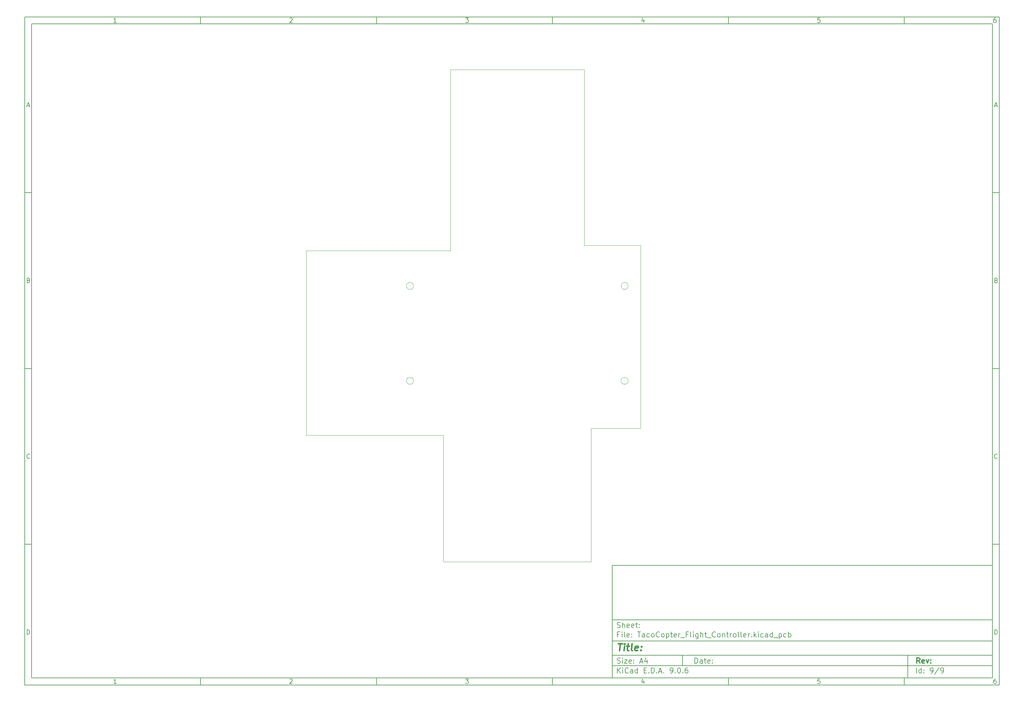
<source format=gm1>
%TF.GenerationSoftware,KiCad,Pcbnew,9.0.6*%
%TF.CreationDate,2025-12-22T22:43:43-05:00*%
%TF.ProjectId,TacoCopter_Flight_Controller,5461636f-436f-4707-9465-725f466c6967,rev?*%
%TF.SameCoordinates,Original*%
%TF.FileFunction,Profile,NP*%
%FSLAX46Y46*%
G04 Gerber Fmt 4.6, Leading zero omitted, Abs format (unit mm)*
G04 Created by KiCad (PCBNEW 9.0.6) date 2025-12-22 22:43:43*
%MOMM*%
%LPD*%
G01*
G04 APERTURE LIST*
%ADD10C,0.100000*%
%ADD11C,0.150000*%
%ADD12C,0.300000*%
%ADD13C,0.400000*%
%TA.AperFunction,Profile*%
%ADD14C,0.050000*%
%TD*%
G04 APERTURE END LIST*
D10*
D11*
X177002200Y-166007200D02*
X285002200Y-166007200D01*
X285002200Y-198007200D01*
X177002200Y-198007200D01*
X177002200Y-166007200D01*
D10*
D11*
X10000000Y-10000000D02*
X287002200Y-10000000D01*
X287002200Y-200007200D01*
X10000000Y-200007200D01*
X10000000Y-10000000D01*
D10*
D11*
X12000000Y-12000000D02*
X285002200Y-12000000D01*
X285002200Y-198007200D01*
X12000000Y-198007200D01*
X12000000Y-12000000D01*
D10*
D11*
X60000000Y-12000000D02*
X60000000Y-10000000D01*
D10*
D11*
X110000000Y-12000000D02*
X110000000Y-10000000D01*
D10*
D11*
X160000000Y-12000000D02*
X160000000Y-10000000D01*
D10*
D11*
X210000000Y-12000000D02*
X210000000Y-10000000D01*
D10*
D11*
X260000000Y-12000000D02*
X260000000Y-10000000D01*
D10*
D11*
X36089160Y-11593604D02*
X35346303Y-11593604D01*
X35717731Y-11593604D02*
X35717731Y-10293604D01*
X35717731Y-10293604D02*
X35593922Y-10479319D01*
X35593922Y-10479319D02*
X35470112Y-10603128D01*
X35470112Y-10603128D02*
X35346303Y-10665033D01*
D10*
D11*
X85346303Y-10417414D02*
X85408207Y-10355509D01*
X85408207Y-10355509D02*
X85532017Y-10293604D01*
X85532017Y-10293604D02*
X85841541Y-10293604D01*
X85841541Y-10293604D02*
X85965350Y-10355509D01*
X85965350Y-10355509D02*
X86027255Y-10417414D01*
X86027255Y-10417414D02*
X86089160Y-10541223D01*
X86089160Y-10541223D02*
X86089160Y-10665033D01*
X86089160Y-10665033D02*
X86027255Y-10850747D01*
X86027255Y-10850747D02*
X85284398Y-11593604D01*
X85284398Y-11593604D02*
X86089160Y-11593604D01*
D10*
D11*
X135284398Y-10293604D02*
X136089160Y-10293604D01*
X136089160Y-10293604D02*
X135655826Y-10788842D01*
X135655826Y-10788842D02*
X135841541Y-10788842D01*
X135841541Y-10788842D02*
X135965350Y-10850747D01*
X135965350Y-10850747D02*
X136027255Y-10912652D01*
X136027255Y-10912652D02*
X136089160Y-11036461D01*
X136089160Y-11036461D02*
X136089160Y-11345985D01*
X136089160Y-11345985D02*
X136027255Y-11469795D01*
X136027255Y-11469795D02*
X135965350Y-11531700D01*
X135965350Y-11531700D02*
X135841541Y-11593604D01*
X135841541Y-11593604D02*
X135470112Y-11593604D01*
X135470112Y-11593604D02*
X135346303Y-11531700D01*
X135346303Y-11531700D02*
X135284398Y-11469795D01*
D10*
D11*
X185965350Y-10726938D02*
X185965350Y-11593604D01*
X185655826Y-10231700D02*
X185346303Y-11160271D01*
X185346303Y-11160271D02*
X186151064Y-11160271D01*
D10*
D11*
X236027255Y-10293604D02*
X235408207Y-10293604D01*
X235408207Y-10293604D02*
X235346303Y-10912652D01*
X235346303Y-10912652D02*
X235408207Y-10850747D01*
X235408207Y-10850747D02*
X235532017Y-10788842D01*
X235532017Y-10788842D02*
X235841541Y-10788842D01*
X235841541Y-10788842D02*
X235965350Y-10850747D01*
X235965350Y-10850747D02*
X236027255Y-10912652D01*
X236027255Y-10912652D02*
X236089160Y-11036461D01*
X236089160Y-11036461D02*
X236089160Y-11345985D01*
X236089160Y-11345985D02*
X236027255Y-11469795D01*
X236027255Y-11469795D02*
X235965350Y-11531700D01*
X235965350Y-11531700D02*
X235841541Y-11593604D01*
X235841541Y-11593604D02*
X235532017Y-11593604D01*
X235532017Y-11593604D02*
X235408207Y-11531700D01*
X235408207Y-11531700D02*
X235346303Y-11469795D01*
D10*
D11*
X285965350Y-10293604D02*
X285717731Y-10293604D01*
X285717731Y-10293604D02*
X285593922Y-10355509D01*
X285593922Y-10355509D02*
X285532017Y-10417414D01*
X285532017Y-10417414D02*
X285408207Y-10603128D01*
X285408207Y-10603128D02*
X285346303Y-10850747D01*
X285346303Y-10850747D02*
X285346303Y-11345985D01*
X285346303Y-11345985D02*
X285408207Y-11469795D01*
X285408207Y-11469795D02*
X285470112Y-11531700D01*
X285470112Y-11531700D02*
X285593922Y-11593604D01*
X285593922Y-11593604D02*
X285841541Y-11593604D01*
X285841541Y-11593604D02*
X285965350Y-11531700D01*
X285965350Y-11531700D02*
X286027255Y-11469795D01*
X286027255Y-11469795D02*
X286089160Y-11345985D01*
X286089160Y-11345985D02*
X286089160Y-11036461D01*
X286089160Y-11036461D02*
X286027255Y-10912652D01*
X286027255Y-10912652D02*
X285965350Y-10850747D01*
X285965350Y-10850747D02*
X285841541Y-10788842D01*
X285841541Y-10788842D02*
X285593922Y-10788842D01*
X285593922Y-10788842D02*
X285470112Y-10850747D01*
X285470112Y-10850747D02*
X285408207Y-10912652D01*
X285408207Y-10912652D02*
X285346303Y-11036461D01*
D10*
D11*
X60000000Y-198007200D02*
X60000000Y-200007200D01*
D10*
D11*
X110000000Y-198007200D02*
X110000000Y-200007200D01*
D10*
D11*
X160000000Y-198007200D02*
X160000000Y-200007200D01*
D10*
D11*
X210000000Y-198007200D02*
X210000000Y-200007200D01*
D10*
D11*
X260000000Y-198007200D02*
X260000000Y-200007200D01*
D10*
D11*
X36089160Y-199600804D02*
X35346303Y-199600804D01*
X35717731Y-199600804D02*
X35717731Y-198300804D01*
X35717731Y-198300804D02*
X35593922Y-198486519D01*
X35593922Y-198486519D02*
X35470112Y-198610328D01*
X35470112Y-198610328D02*
X35346303Y-198672233D01*
D10*
D11*
X85346303Y-198424614D02*
X85408207Y-198362709D01*
X85408207Y-198362709D02*
X85532017Y-198300804D01*
X85532017Y-198300804D02*
X85841541Y-198300804D01*
X85841541Y-198300804D02*
X85965350Y-198362709D01*
X85965350Y-198362709D02*
X86027255Y-198424614D01*
X86027255Y-198424614D02*
X86089160Y-198548423D01*
X86089160Y-198548423D02*
X86089160Y-198672233D01*
X86089160Y-198672233D02*
X86027255Y-198857947D01*
X86027255Y-198857947D02*
X85284398Y-199600804D01*
X85284398Y-199600804D02*
X86089160Y-199600804D01*
D10*
D11*
X135284398Y-198300804D02*
X136089160Y-198300804D01*
X136089160Y-198300804D02*
X135655826Y-198796042D01*
X135655826Y-198796042D02*
X135841541Y-198796042D01*
X135841541Y-198796042D02*
X135965350Y-198857947D01*
X135965350Y-198857947D02*
X136027255Y-198919852D01*
X136027255Y-198919852D02*
X136089160Y-199043661D01*
X136089160Y-199043661D02*
X136089160Y-199353185D01*
X136089160Y-199353185D02*
X136027255Y-199476995D01*
X136027255Y-199476995D02*
X135965350Y-199538900D01*
X135965350Y-199538900D02*
X135841541Y-199600804D01*
X135841541Y-199600804D02*
X135470112Y-199600804D01*
X135470112Y-199600804D02*
X135346303Y-199538900D01*
X135346303Y-199538900D02*
X135284398Y-199476995D01*
D10*
D11*
X185965350Y-198734138D02*
X185965350Y-199600804D01*
X185655826Y-198238900D02*
X185346303Y-199167471D01*
X185346303Y-199167471D02*
X186151064Y-199167471D01*
D10*
D11*
X236027255Y-198300804D02*
X235408207Y-198300804D01*
X235408207Y-198300804D02*
X235346303Y-198919852D01*
X235346303Y-198919852D02*
X235408207Y-198857947D01*
X235408207Y-198857947D02*
X235532017Y-198796042D01*
X235532017Y-198796042D02*
X235841541Y-198796042D01*
X235841541Y-198796042D02*
X235965350Y-198857947D01*
X235965350Y-198857947D02*
X236027255Y-198919852D01*
X236027255Y-198919852D02*
X236089160Y-199043661D01*
X236089160Y-199043661D02*
X236089160Y-199353185D01*
X236089160Y-199353185D02*
X236027255Y-199476995D01*
X236027255Y-199476995D02*
X235965350Y-199538900D01*
X235965350Y-199538900D02*
X235841541Y-199600804D01*
X235841541Y-199600804D02*
X235532017Y-199600804D01*
X235532017Y-199600804D02*
X235408207Y-199538900D01*
X235408207Y-199538900D02*
X235346303Y-199476995D01*
D10*
D11*
X285965350Y-198300804D02*
X285717731Y-198300804D01*
X285717731Y-198300804D02*
X285593922Y-198362709D01*
X285593922Y-198362709D02*
X285532017Y-198424614D01*
X285532017Y-198424614D02*
X285408207Y-198610328D01*
X285408207Y-198610328D02*
X285346303Y-198857947D01*
X285346303Y-198857947D02*
X285346303Y-199353185D01*
X285346303Y-199353185D02*
X285408207Y-199476995D01*
X285408207Y-199476995D02*
X285470112Y-199538900D01*
X285470112Y-199538900D02*
X285593922Y-199600804D01*
X285593922Y-199600804D02*
X285841541Y-199600804D01*
X285841541Y-199600804D02*
X285965350Y-199538900D01*
X285965350Y-199538900D02*
X286027255Y-199476995D01*
X286027255Y-199476995D02*
X286089160Y-199353185D01*
X286089160Y-199353185D02*
X286089160Y-199043661D01*
X286089160Y-199043661D02*
X286027255Y-198919852D01*
X286027255Y-198919852D02*
X285965350Y-198857947D01*
X285965350Y-198857947D02*
X285841541Y-198796042D01*
X285841541Y-198796042D02*
X285593922Y-198796042D01*
X285593922Y-198796042D02*
X285470112Y-198857947D01*
X285470112Y-198857947D02*
X285408207Y-198919852D01*
X285408207Y-198919852D02*
X285346303Y-199043661D01*
D10*
D11*
X10000000Y-60000000D02*
X12000000Y-60000000D01*
D10*
D11*
X10000000Y-110000000D02*
X12000000Y-110000000D01*
D10*
D11*
X10000000Y-160000000D02*
X12000000Y-160000000D01*
D10*
D11*
X10690476Y-35222176D02*
X11309523Y-35222176D01*
X10566666Y-35593604D02*
X10999999Y-34293604D01*
X10999999Y-34293604D02*
X11433333Y-35593604D01*
D10*
D11*
X11092857Y-84912652D02*
X11278571Y-84974557D01*
X11278571Y-84974557D02*
X11340476Y-85036461D01*
X11340476Y-85036461D02*
X11402380Y-85160271D01*
X11402380Y-85160271D02*
X11402380Y-85345985D01*
X11402380Y-85345985D02*
X11340476Y-85469795D01*
X11340476Y-85469795D02*
X11278571Y-85531700D01*
X11278571Y-85531700D02*
X11154761Y-85593604D01*
X11154761Y-85593604D02*
X10659523Y-85593604D01*
X10659523Y-85593604D02*
X10659523Y-84293604D01*
X10659523Y-84293604D02*
X11092857Y-84293604D01*
X11092857Y-84293604D02*
X11216666Y-84355509D01*
X11216666Y-84355509D02*
X11278571Y-84417414D01*
X11278571Y-84417414D02*
X11340476Y-84541223D01*
X11340476Y-84541223D02*
X11340476Y-84665033D01*
X11340476Y-84665033D02*
X11278571Y-84788842D01*
X11278571Y-84788842D02*
X11216666Y-84850747D01*
X11216666Y-84850747D02*
X11092857Y-84912652D01*
X11092857Y-84912652D02*
X10659523Y-84912652D01*
D10*
D11*
X11402380Y-135469795D02*
X11340476Y-135531700D01*
X11340476Y-135531700D02*
X11154761Y-135593604D01*
X11154761Y-135593604D02*
X11030952Y-135593604D01*
X11030952Y-135593604D02*
X10845238Y-135531700D01*
X10845238Y-135531700D02*
X10721428Y-135407890D01*
X10721428Y-135407890D02*
X10659523Y-135284080D01*
X10659523Y-135284080D02*
X10597619Y-135036461D01*
X10597619Y-135036461D02*
X10597619Y-134850747D01*
X10597619Y-134850747D02*
X10659523Y-134603128D01*
X10659523Y-134603128D02*
X10721428Y-134479319D01*
X10721428Y-134479319D02*
X10845238Y-134355509D01*
X10845238Y-134355509D02*
X11030952Y-134293604D01*
X11030952Y-134293604D02*
X11154761Y-134293604D01*
X11154761Y-134293604D02*
X11340476Y-134355509D01*
X11340476Y-134355509D02*
X11402380Y-134417414D01*
D10*
D11*
X10659523Y-185593604D02*
X10659523Y-184293604D01*
X10659523Y-184293604D02*
X10969047Y-184293604D01*
X10969047Y-184293604D02*
X11154761Y-184355509D01*
X11154761Y-184355509D02*
X11278571Y-184479319D01*
X11278571Y-184479319D02*
X11340476Y-184603128D01*
X11340476Y-184603128D02*
X11402380Y-184850747D01*
X11402380Y-184850747D02*
X11402380Y-185036461D01*
X11402380Y-185036461D02*
X11340476Y-185284080D01*
X11340476Y-185284080D02*
X11278571Y-185407890D01*
X11278571Y-185407890D02*
X11154761Y-185531700D01*
X11154761Y-185531700D02*
X10969047Y-185593604D01*
X10969047Y-185593604D02*
X10659523Y-185593604D01*
D10*
D11*
X287002200Y-60000000D02*
X285002200Y-60000000D01*
D10*
D11*
X287002200Y-110000000D02*
X285002200Y-110000000D01*
D10*
D11*
X287002200Y-160000000D02*
X285002200Y-160000000D01*
D10*
D11*
X285692676Y-35222176D02*
X286311723Y-35222176D01*
X285568866Y-35593604D02*
X286002199Y-34293604D01*
X286002199Y-34293604D02*
X286435533Y-35593604D01*
D10*
D11*
X286095057Y-84912652D02*
X286280771Y-84974557D01*
X286280771Y-84974557D02*
X286342676Y-85036461D01*
X286342676Y-85036461D02*
X286404580Y-85160271D01*
X286404580Y-85160271D02*
X286404580Y-85345985D01*
X286404580Y-85345985D02*
X286342676Y-85469795D01*
X286342676Y-85469795D02*
X286280771Y-85531700D01*
X286280771Y-85531700D02*
X286156961Y-85593604D01*
X286156961Y-85593604D02*
X285661723Y-85593604D01*
X285661723Y-85593604D02*
X285661723Y-84293604D01*
X285661723Y-84293604D02*
X286095057Y-84293604D01*
X286095057Y-84293604D02*
X286218866Y-84355509D01*
X286218866Y-84355509D02*
X286280771Y-84417414D01*
X286280771Y-84417414D02*
X286342676Y-84541223D01*
X286342676Y-84541223D02*
X286342676Y-84665033D01*
X286342676Y-84665033D02*
X286280771Y-84788842D01*
X286280771Y-84788842D02*
X286218866Y-84850747D01*
X286218866Y-84850747D02*
X286095057Y-84912652D01*
X286095057Y-84912652D02*
X285661723Y-84912652D01*
D10*
D11*
X286404580Y-135469795D02*
X286342676Y-135531700D01*
X286342676Y-135531700D02*
X286156961Y-135593604D01*
X286156961Y-135593604D02*
X286033152Y-135593604D01*
X286033152Y-135593604D02*
X285847438Y-135531700D01*
X285847438Y-135531700D02*
X285723628Y-135407890D01*
X285723628Y-135407890D02*
X285661723Y-135284080D01*
X285661723Y-135284080D02*
X285599819Y-135036461D01*
X285599819Y-135036461D02*
X285599819Y-134850747D01*
X285599819Y-134850747D02*
X285661723Y-134603128D01*
X285661723Y-134603128D02*
X285723628Y-134479319D01*
X285723628Y-134479319D02*
X285847438Y-134355509D01*
X285847438Y-134355509D02*
X286033152Y-134293604D01*
X286033152Y-134293604D02*
X286156961Y-134293604D01*
X286156961Y-134293604D02*
X286342676Y-134355509D01*
X286342676Y-134355509D02*
X286404580Y-134417414D01*
D10*
D11*
X285661723Y-185593604D02*
X285661723Y-184293604D01*
X285661723Y-184293604D02*
X285971247Y-184293604D01*
X285971247Y-184293604D02*
X286156961Y-184355509D01*
X286156961Y-184355509D02*
X286280771Y-184479319D01*
X286280771Y-184479319D02*
X286342676Y-184603128D01*
X286342676Y-184603128D02*
X286404580Y-184850747D01*
X286404580Y-184850747D02*
X286404580Y-185036461D01*
X286404580Y-185036461D02*
X286342676Y-185284080D01*
X286342676Y-185284080D02*
X286280771Y-185407890D01*
X286280771Y-185407890D02*
X286156961Y-185531700D01*
X286156961Y-185531700D02*
X285971247Y-185593604D01*
X285971247Y-185593604D02*
X285661723Y-185593604D01*
D10*
D11*
X200458026Y-193793328D02*
X200458026Y-192293328D01*
X200458026Y-192293328D02*
X200815169Y-192293328D01*
X200815169Y-192293328D02*
X201029455Y-192364757D01*
X201029455Y-192364757D02*
X201172312Y-192507614D01*
X201172312Y-192507614D02*
X201243741Y-192650471D01*
X201243741Y-192650471D02*
X201315169Y-192936185D01*
X201315169Y-192936185D02*
X201315169Y-193150471D01*
X201315169Y-193150471D02*
X201243741Y-193436185D01*
X201243741Y-193436185D02*
X201172312Y-193579042D01*
X201172312Y-193579042D02*
X201029455Y-193721900D01*
X201029455Y-193721900D02*
X200815169Y-193793328D01*
X200815169Y-193793328D02*
X200458026Y-193793328D01*
X202600884Y-193793328D02*
X202600884Y-193007614D01*
X202600884Y-193007614D02*
X202529455Y-192864757D01*
X202529455Y-192864757D02*
X202386598Y-192793328D01*
X202386598Y-192793328D02*
X202100884Y-192793328D01*
X202100884Y-192793328D02*
X201958026Y-192864757D01*
X202600884Y-193721900D02*
X202458026Y-193793328D01*
X202458026Y-193793328D02*
X202100884Y-193793328D01*
X202100884Y-193793328D02*
X201958026Y-193721900D01*
X201958026Y-193721900D02*
X201886598Y-193579042D01*
X201886598Y-193579042D02*
X201886598Y-193436185D01*
X201886598Y-193436185D02*
X201958026Y-193293328D01*
X201958026Y-193293328D02*
X202100884Y-193221900D01*
X202100884Y-193221900D02*
X202458026Y-193221900D01*
X202458026Y-193221900D02*
X202600884Y-193150471D01*
X203100884Y-192793328D02*
X203672312Y-192793328D01*
X203315169Y-192293328D02*
X203315169Y-193579042D01*
X203315169Y-193579042D02*
X203386598Y-193721900D01*
X203386598Y-193721900D02*
X203529455Y-193793328D01*
X203529455Y-193793328D02*
X203672312Y-193793328D01*
X204743741Y-193721900D02*
X204600884Y-193793328D01*
X204600884Y-193793328D02*
X204315170Y-193793328D01*
X204315170Y-193793328D02*
X204172312Y-193721900D01*
X204172312Y-193721900D02*
X204100884Y-193579042D01*
X204100884Y-193579042D02*
X204100884Y-193007614D01*
X204100884Y-193007614D02*
X204172312Y-192864757D01*
X204172312Y-192864757D02*
X204315170Y-192793328D01*
X204315170Y-192793328D02*
X204600884Y-192793328D01*
X204600884Y-192793328D02*
X204743741Y-192864757D01*
X204743741Y-192864757D02*
X204815170Y-193007614D01*
X204815170Y-193007614D02*
X204815170Y-193150471D01*
X204815170Y-193150471D02*
X204100884Y-193293328D01*
X205458026Y-193650471D02*
X205529455Y-193721900D01*
X205529455Y-193721900D02*
X205458026Y-193793328D01*
X205458026Y-193793328D02*
X205386598Y-193721900D01*
X205386598Y-193721900D02*
X205458026Y-193650471D01*
X205458026Y-193650471D02*
X205458026Y-193793328D01*
X205458026Y-192864757D02*
X205529455Y-192936185D01*
X205529455Y-192936185D02*
X205458026Y-193007614D01*
X205458026Y-193007614D02*
X205386598Y-192936185D01*
X205386598Y-192936185D02*
X205458026Y-192864757D01*
X205458026Y-192864757D02*
X205458026Y-193007614D01*
D10*
D11*
X177002200Y-194507200D02*
X285002200Y-194507200D01*
D10*
D11*
X178458026Y-196593328D02*
X178458026Y-195093328D01*
X179315169Y-196593328D02*
X178672312Y-195736185D01*
X179315169Y-195093328D02*
X178458026Y-195950471D01*
X179958026Y-196593328D02*
X179958026Y-195593328D01*
X179958026Y-195093328D02*
X179886598Y-195164757D01*
X179886598Y-195164757D02*
X179958026Y-195236185D01*
X179958026Y-195236185D02*
X180029455Y-195164757D01*
X180029455Y-195164757D02*
X179958026Y-195093328D01*
X179958026Y-195093328D02*
X179958026Y-195236185D01*
X181529455Y-196450471D02*
X181458027Y-196521900D01*
X181458027Y-196521900D02*
X181243741Y-196593328D01*
X181243741Y-196593328D02*
X181100884Y-196593328D01*
X181100884Y-196593328D02*
X180886598Y-196521900D01*
X180886598Y-196521900D02*
X180743741Y-196379042D01*
X180743741Y-196379042D02*
X180672312Y-196236185D01*
X180672312Y-196236185D02*
X180600884Y-195950471D01*
X180600884Y-195950471D02*
X180600884Y-195736185D01*
X180600884Y-195736185D02*
X180672312Y-195450471D01*
X180672312Y-195450471D02*
X180743741Y-195307614D01*
X180743741Y-195307614D02*
X180886598Y-195164757D01*
X180886598Y-195164757D02*
X181100884Y-195093328D01*
X181100884Y-195093328D02*
X181243741Y-195093328D01*
X181243741Y-195093328D02*
X181458027Y-195164757D01*
X181458027Y-195164757D02*
X181529455Y-195236185D01*
X182815170Y-196593328D02*
X182815170Y-195807614D01*
X182815170Y-195807614D02*
X182743741Y-195664757D01*
X182743741Y-195664757D02*
X182600884Y-195593328D01*
X182600884Y-195593328D02*
X182315170Y-195593328D01*
X182315170Y-195593328D02*
X182172312Y-195664757D01*
X182815170Y-196521900D02*
X182672312Y-196593328D01*
X182672312Y-196593328D02*
X182315170Y-196593328D01*
X182315170Y-196593328D02*
X182172312Y-196521900D01*
X182172312Y-196521900D02*
X182100884Y-196379042D01*
X182100884Y-196379042D02*
X182100884Y-196236185D01*
X182100884Y-196236185D02*
X182172312Y-196093328D01*
X182172312Y-196093328D02*
X182315170Y-196021900D01*
X182315170Y-196021900D02*
X182672312Y-196021900D01*
X182672312Y-196021900D02*
X182815170Y-195950471D01*
X184172313Y-196593328D02*
X184172313Y-195093328D01*
X184172313Y-196521900D02*
X184029455Y-196593328D01*
X184029455Y-196593328D02*
X183743741Y-196593328D01*
X183743741Y-196593328D02*
X183600884Y-196521900D01*
X183600884Y-196521900D02*
X183529455Y-196450471D01*
X183529455Y-196450471D02*
X183458027Y-196307614D01*
X183458027Y-196307614D02*
X183458027Y-195879042D01*
X183458027Y-195879042D02*
X183529455Y-195736185D01*
X183529455Y-195736185D02*
X183600884Y-195664757D01*
X183600884Y-195664757D02*
X183743741Y-195593328D01*
X183743741Y-195593328D02*
X184029455Y-195593328D01*
X184029455Y-195593328D02*
X184172313Y-195664757D01*
X186029455Y-195807614D02*
X186529455Y-195807614D01*
X186743741Y-196593328D02*
X186029455Y-196593328D01*
X186029455Y-196593328D02*
X186029455Y-195093328D01*
X186029455Y-195093328D02*
X186743741Y-195093328D01*
X187386598Y-196450471D02*
X187458027Y-196521900D01*
X187458027Y-196521900D02*
X187386598Y-196593328D01*
X187386598Y-196593328D02*
X187315170Y-196521900D01*
X187315170Y-196521900D02*
X187386598Y-196450471D01*
X187386598Y-196450471D02*
X187386598Y-196593328D01*
X188100884Y-196593328D02*
X188100884Y-195093328D01*
X188100884Y-195093328D02*
X188458027Y-195093328D01*
X188458027Y-195093328D02*
X188672313Y-195164757D01*
X188672313Y-195164757D02*
X188815170Y-195307614D01*
X188815170Y-195307614D02*
X188886599Y-195450471D01*
X188886599Y-195450471D02*
X188958027Y-195736185D01*
X188958027Y-195736185D02*
X188958027Y-195950471D01*
X188958027Y-195950471D02*
X188886599Y-196236185D01*
X188886599Y-196236185D02*
X188815170Y-196379042D01*
X188815170Y-196379042D02*
X188672313Y-196521900D01*
X188672313Y-196521900D02*
X188458027Y-196593328D01*
X188458027Y-196593328D02*
X188100884Y-196593328D01*
X189600884Y-196450471D02*
X189672313Y-196521900D01*
X189672313Y-196521900D02*
X189600884Y-196593328D01*
X189600884Y-196593328D02*
X189529456Y-196521900D01*
X189529456Y-196521900D02*
X189600884Y-196450471D01*
X189600884Y-196450471D02*
X189600884Y-196593328D01*
X190243742Y-196164757D02*
X190958028Y-196164757D01*
X190100885Y-196593328D02*
X190600885Y-195093328D01*
X190600885Y-195093328D02*
X191100885Y-196593328D01*
X191600884Y-196450471D02*
X191672313Y-196521900D01*
X191672313Y-196521900D02*
X191600884Y-196593328D01*
X191600884Y-196593328D02*
X191529456Y-196521900D01*
X191529456Y-196521900D02*
X191600884Y-196450471D01*
X191600884Y-196450471D02*
X191600884Y-196593328D01*
X193529456Y-196593328D02*
X193815170Y-196593328D01*
X193815170Y-196593328D02*
X193958027Y-196521900D01*
X193958027Y-196521900D02*
X194029456Y-196450471D01*
X194029456Y-196450471D02*
X194172313Y-196236185D01*
X194172313Y-196236185D02*
X194243742Y-195950471D01*
X194243742Y-195950471D02*
X194243742Y-195379042D01*
X194243742Y-195379042D02*
X194172313Y-195236185D01*
X194172313Y-195236185D02*
X194100885Y-195164757D01*
X194100885Y-195164757D02*
X193958027Y-195093328D01*
X193958027Y-195093328D02*
X193672313Y-195093328D01*
X193672313Y-195093328D02*
X193529456Y-195164757D01*
X193529456Y-195164757D02*
X193458027Y-195236185D01*
X193458027Y-195236185D02*
X193386599Y-195379042D01*
X193386599Y-195379042D02*
X193386599Y-195736185D01*
X193386599Y-195736185D02*
X193458027Y-195879042D01*
X193458027Y-195879042D02*
X193529456Y-195950471D01*
X193529456Y-195950471D02*
X193672313Y-196021900D01*
X193672313Y-196021900D02*
X193958027Y-196021900D01*
X193958027Y-196021900D02*
X194100885Y-195950471D01*
X194100885Y-195950471D02*
X194172313Y-195879042D01*
X194172313Y-195879042D02*
X194243742Y-195736185D01*
X194886598Y-196450471D02*
X194958027Y-196521900D01*
X194958027Y-196521900D02*
X194886598Y-196593328D01*
X194886598Y-196593328D02*
X194815170Y-196521900D01*
X194815170Y-196521900D02*
X194886598Y-196450471D01*
X194886598Y-196450471D02*
X194886598Y-196593328D01*
X195886599Y-195093328D02*
X196029456Y-195093328D01*
X196029456Y-195093328D02*
X196172313Y-195164757D01*
X196172313Y-195164757D02*
X196243742Y-195236185D01*
X196243742Y-195236185D02*
X196315170Y-195379042D01*
X196315170Y-195379042D02*
X196386599Y-195664757D01*
X196386599Y-195664757D02*
X196386599Y-196021900D01*
X196386599Y-196021900D02*
X196315170Y-196307614D01*
X196315170Y-196307614D02*
X196243742Y-196450471D01*
X196243742Y-196450471D02*
X196172313Y-196521900D01*
X196172313Y-196521900D02*
X196029456Y-196593328D01*
X196029456Y-196593328D02*
X195886599Y-196593328D01*
X195886599Y-196593328D02*
X195743742Y-196521900D01*
X195743742Y-196521900D02*
X195672313Y-196450471D01*
X195672313Y-196450471D02*
X195600884Y-196307614D01*
X195600884Y-196307614D02*
X195529456Y-196021900D01*
X195529456Y-196021900D02*
X195529456Y-195664757D01*
X195529456Y-195664757D02*
X195600884Y-195379042D01*
X195600884Y-195379042D02*
X195672313Y-195236185D01*
X195672313Y-195236185D02*
X195743742Y-195164757D01*
X195743742Y-195164757D02*
X195886599Y-195093328D01*
X197029455Y-196450471D02*
X197100884Y-196521900D01*
X197100884Y-196521900D02*
X197029455Y-196593328D01*
X197029455Y-196593328D02*
X196958027Y-196521900D01*
X196958027Y-196521900D02*
X197029455Y-196450471D01*
X197029455Y-196450471D02*
X197029455Y-196593328D01*
X198386599Y-195093328D02*
X198100884Y-195093328D01*
X198100884Y-195093328D02*
X197958027Y-195164757D01*
X197958027Y-195164757D02*
X197886599Y-195236185D01*
X197886599Y-195236185D02*
X197743741Y-195450471D01*
X197743741Y-195450471D02*
X197672313Y-195736185D01*
X197672313Y-195736185D02*
X197672313Y-196307614D01*
X197672313Y-196307614D02*
X197743741Y-196450471D01*
X197743741Y-196450471D02*
X197815170Y-196521900D01*
X197815170Y-196521900D02*
X197958027Y-196593328D01*
X197958027Y-196593328D02*
X198243741Y-196593328D01*
X198243741Y-196593328D02*
X198386599Y-196521900D01*
X198386599Y-196521900D02*
X198458027Y-196450471D01*
X198458027Y-196450471D02*
X198529456Y-196307614D01*
X198529456Y-196307614D02*
X198529456Y-195950471D01*
X198529456Y-195950471D02*
X198458027Y-195807614D01*
X198458027Y-195807614D02*
X198386599Y-195736185D01*
X198386599Y-195736185D02*
X198243741Y-195664757D01*
X198243741Y-195664757D02*
X197958027Y-195664757D01*
X197958027Y-195664757D02*
X197815170Y-195736185D01*
X197815170Y-195736185D02*
X197743741Y-195807614D01*
X197743741Y-195807614D02*
X197672313Y-195950471D01*
D10*
D11*
X177002200Y-191507200D02*
X285002200Y-191507200D01*
D10*
D12*
X264413853Y-193785528D02*
X263913853Y-193071242D01*
X263556710Y-193785528D02*
X263556710Y-192285528D01*
X263556710Y-192285528D02*
X264128139Y-192285528D01*
X264128139Y-192285528D02*
X264270996Y-192356957D01*
X264270996Y-192356957D02*
X264342425Y-192428385D01*
X264342425Y-192428385D02*
X264413853Y-192571242D01*
X264413853Y-192571242D02*
X264413853Y-192785528D01*
X264413853Y-192785528D02*
X264342425Y-192928385D01*
X264342425Y-192928385D02*
X264270996Y-192999814D01*
X264270996Y-192999814D02*
X264128139Y-193071242D01*
X264128139Y-193071242D02*
X263556710Y-193071242D01*
X265628139Y-193714100D02*
X265485282Y-193785528D01*
X265485282Y-193785528D02*
X265199568Y-193785528D01*
X265199568Y-193785528D02*
X265056710Y-193714100D01*
X265056710Y-193714100D02*
X264985282Y-193571242D01*
X264985282Y-193571242D02*
X264985282Y-192999814D01*
X264985282Y-192999814D02*
X265056710Y-192856957D01*
X265056710Y-192856957D02*
X265199568Y-192785528D01*
X265199568Y-192785528D02*
X265485282Y-192785528D01*
X265485282Y-192785528D02*
X265628139Y-192856957D01*
X265628139Y-192856957D02*
X265699568Y-192999814D01*
X265699568Y-192999814D02*
X265699568Y-193142671D01*
X265699568Y-193142671D02*
X264985282Y-193285528D01*
X266199567Y-192785528D02*
X266556710Y-193785528D01*
X266556710Y-193785528D02*
X266913853Y-192785528D01*
X267485281Y-193642671D02*
X267556710Y-193714100D01*
X267556710Y-193714100D02*
X267485281Y-193785528D01*
X267485281Y-193785528D02*
X267413853Y-193714100D01*
X267413853Y-193714100D02*
X267485281Y-193642671D01*
X267485281Y-193642671D02*
X267485281Y-193785528D01*
X267485281Y-192856957D02*
X267556710Y-192928385D01*
X267556710Y-192928385D02*
X267485281Y-192999814D01*
X267485281Y-192999814D02*
X267413853Y-192928385D01*
X267413853Y-192928385D02*
X267485281Y-192856957D01*
X267485281Y-192856957D02*
X267485281Y-192999814D01*
D10*
D11*
X178386598Y-193721900D02*
X178600884Y-193793328D01*
X178600884Y-193793328D02*
X178958026Y-193793328D01*
X178958026Y-193793328D02*
X179100884Y-193721900D01*
X179100884Y-193721900D02*
X179172312Y-193650471D01*
X179172312Y-193650471D02*
X179243741Y-193507614D01*
X179243741Y-193507614D02*
X179243741Y-193364757D01*
X179243741Y-193364757D02*
X179172312Y-193221900D01*
X179172312Y-193221900D02*
X179100884Y-193150471D01*
X179100884Y-193150471D02*
X178958026Y-193079042D01*
X178958026Y-193079042D02*
X178672312Y-193007614D01*
X178672312Y-193007614D02*
X178529455Y-192936185D01*
X178529455Y-192936185D02*
X178458026Y-192864757D01*
X178458026Y-192864757D02*
X178386598Y-192721900D01*
X178386598Y-192721900D02*
X178386598Y-192579042D01*
X178386598Y-192579042D02*
X178458026Y-192436185D01*
X178458026Y-192436185D02*
X178529455Y-192364757D01*
X178529455Y-192364757D02*
X178672312Y-192293328D01*
X178672312Y-192293328D02*
X179029455Y-192293328D01*
X179029455Y-192293328D02*
X179243741Y-192364757D01*
X179886597Y-193793328D02*
X179886597Y-192793328D01*
X179886597Y-192293328D02*
X179815169Y-192364757D01*
X179815169Y-192364757D02*
X179886597Y-192436185D01*
X179886597Y-192436185D02*
X179958026Y-192364757D01*
X179958026Y-192364757D02*
X179886597Y-192293328D01*
X179886597Y-192293328D02*
X179886597Y-192436185D01*
X180458026Y-192793328D02*
X181243741Y-192793328D01*
X181243741Y-192793328D02*
X180458026Y-193793328D01*
X180458026Y-193793328D02*
X181243741Y-193793328D01*
X182386598Y-193721900D02*
X182243741Y-193793328D01*
X182243741Y-193793328D02*
X181958027Y-193793328D01*
X181958027Y-193793328D02*
X181815169Y-193721900D01*
X181815169Y-193721900D02*
X181743741Y-193579042D01*
X181743741Y-193579042D02*
X181743741Y-193007614D01*
X181743741Y-193007614D02*
X181815169Y-192864757D01*
X181815169Y-192864757D02*
X181958027Y-192793328D01*
X181958027Y-192793328D02*
X182243741Y-192793328D01*
X182243741Y-192793328D02*
X182386598Y-192864757D01*
X182386598Y-192864757D02*
X182458027Y-193007614D01*
X182458027Y-193007614D02*
X182458027Y-193150471D01*
X182458027Y-193150471D02*
X181743741Y-193293328D01*
X183100883Y-193650471D02*
X183172312Y-193721900D01*
X183172312Y-193721900D02*
X183100883Y-193793328D01*
X183100883Y-193793328D02*
X183029455Y-193721900D01*
X183029455Y-193721900D02*
X183100883Y-193650471D01*
X183100883Y-193650471D02*
X183100883Y-193793328D01*
X183100883Y-192864757D02*
X183172312Y-192936185D01*
X183172312Y-192936185D02*
X183100883Y-193007614D01*
X183100883Y-193007614D02*
X183029455Y-192936185D01*
X183029455Y-192936185D02*
X183100883Y-192864757D01*
X183100883Y-192864757D02*
X183100883Y-193007614D01*
X184886598Y-193364757D02*
X185600884Y-193364757D01*
X184743741Y-193793328D02*
X185243741Y-192293328D01*
X185243741Y-192293328D02*
X185743741Y-193793328D01*
X186886598Y-192793328D02*
X186886598Y-193793328D01*
X186529455Y-192221900D02*
X186172312Y-193293328D01*
X186172312Y-193293328D02*
X187100883Y-193293328D01*
D10*
D11*
X263458026Y-196593328D02*
X263458026Y-195093328D01*
X264815170Y-196593328D02*
X264815170Y-195093328D01*
X264815170Y-196521900D02*
X264672312Y-196593328D01*
X264672312Y-196593328D02*
X264386598Y-196593328D01*
X264386598Y-196593328D02*
X264243741Y-196521900D01*
X264243741Y-196521900D02*
X264172312Y-196450471D01*
X264172312Y-196450471D02*
X264100884Y-196307614D01*
X264100884Y-196307614D02*
X264100884Y-195879042D01*
X264100884Y-195879042D02*
X264172312Y-195736185D01*
X264172312Y-195736185D02*
X264243741Y-195664757D01*
X264243741Y-195664757D02*
X264386598Y-195593328D01*
X264386598Y-195593328D02*
X264672312Y-195593328D01*
X264672312Y-195593328D02*
X264815170Y-195664757D01*
X265529455Y-196450471D02*
X265600884Y-196521900D01*
X265600884Y-196521900D02*
X265529455Y-196593328D01*
X265529455Y-196593328D02*
X265458027Y-196521900D01*
X265458027Y-196521900D02*
X265529455Y-196450471D01*
X265529455Y-196450471D02*
X265529455Y-196593328D01*
X265529455Y-195664757D02*
X265600884Y-195736185D01*
X265600884Y-195736185D02*
X265529455Y-195807614D01*
X265529455Y-195807614D02*
X265458027Y-195736185D01*
X265458027Y-195736185D02*
X265529455Y-195664757D01*
X265529455Y-195664757D02*
X265529455Y-195807614D01*
X267458027Y-196593328D02*
X267743741Y-196593328D01*
X267743741Y-196593328D02*
X267886598Y-196521900D01*
X267886598Y-196521900D02*
X267958027Y-196450471D01*
X267958027Y-196450471D02*
X268100884Y-196236185D01*
X268100884Y-196236185D02*
X268172313Y-195950471D01*
X268172313Y-195950471D02*
X268172313Y-195379042D01*
X268172313Y-195379042D02*
X268100884Y-195236185D01*
X268100884Y-195236185D02*
X268029456Y-195164757D01*
X268029456Y-195164757D02*
X267886598Y-195093328D01*
X267886598Y-195093328D02*
X267600884Y-195093328D01*
X267600884Y-195093328D02*
X267458027Y-195164757D01*
X267458027Y-195164757D02*
X267386598Y-195236185D01*
X267386598Y-195236185D02*
X267315170Y-195379042D01*
X267315170Y-195379042D02*
X267315170Y-195736185D01*
X267315170Y-195736185D02*
X267386598Y-195879042D01*
X267386598Y-195879042D02*
X267458027Y-195950471D01*
X267458027Y-195950471D02*
X267600884Y-196021900D01*
X267600884Y-196021900D02*
X267886598Y-196021900D01*
X267886598Y-196021900D02*
X268029456Y-195950471D01*
X268029456Y-195950471D02*
X268100884Y-195879042D01*
X268100884Y-195879042D02*
X268172313Y-195736185D01*
X269886598Y-195021900D02*
X268600884Y-196950471D01*
X270458027Y-196593328D02*
X270743741Y-196593328D01*
X270743741Y-196593328D02*
X270886598Y-196521900D01*
X270886598Y-196521900D02*
X270958027Y-196450471D01*
X270958027Y-196450471D02*
X271100884Y-196236185D01*
X271100884Y-196236185D02*
X271172313Y-195950471D01*
X271172313Y-195950471D02*
X271172313Y-195379042D01*
X271172313Y-195379042D02*
X271100884Y-195236185D01*
X271100884Y-195236185D02*
X271029456Y-195164757D01*
X271029456Y-195164757D02*
X270886598Y-195093328D01*
X270886598Y-195093328D02*
X270600884Y-195093328D01*
X270600884Y-195093328D02*
X270458027Y-195164757D01*
X270458027Y-195164757D02*
X270386598Y-195236185D01*
X270386598Y-195236185D02*
X270315170Y-195379042D01*
X270315170Y-195379042D02*
X270315170Y-195736185D01*
X270315170Y-195736185D02*
X270386598Y-195879042D01*
X270386598Y-195879042D02*
X270458027Y-195950471D01*
X270458027Y-195950471D02*
X270600884Y-196021900D01*
X270600884Y-196021900D02*
X270886598Y-196021900D01*
X270886598Y-196021900D02*
X271029456Y-195950471D01*
X271029456Y-195950471D02*
X271100884Y-195879042D01*
X271100884Y-195879042D02*
X271172313Y-195736185D01*
D10*
D11*
X177002200Y-187507200D02*
X285002200Y-187507200D01*
D10*
D13*
X178693928Y-188211638D02*
X179836785Y-188211638D01*
X179015357Y-190211638D02*
X179265357Y-188211638D01*
X180253452Y-190211638D02*
X180420119Y-188878304D01*
X180503452Y-188211638D02*
X180396309Y-188306876D01*
X180396309Y-188306876D02*
X180479643Y-188402114D01*
X180479643Y-188402114D02*
X180586786Y-188306876D01*
X180586786Y-188306876D02*
X180503452Y-188211638D01*
X180503452Y-188211638D02*
X180479643Y-188402114D01*
X181086786Y-188878304D02*
X181848690Y-188878304D01*
X181455833Y-188211638D02*
X181241548Y-189925923D01*
X181241548Y-189925923D02*
X181312976Y-190116400D01*
X181312976Y-190116400D02*
X181491548Y-190211638D01*
X181491548Y-190211638D02*
X181682024Y-190211638D01*
X182634405Y-190211638D02*
X182455833Y-190116400D01*
X182455833Y-190116400D02*
X182384405Y-189925923D01*
X182384405Y-189925923D02*
X182598690Y-188211638D01*
X184170119Y-190116400D02*
X183967738Y-190211638D01*
X183967738Y-190211638D02*
X183586785Y-190211638D01*
X183586785Y-190211638D02*
X183408214Y-190116400D01*
X183408214Y-190116400D02*
X183336785Y-189925923D01*
X183336785Y-189925923D02*
X183432024Y-189164019D01*
X183432024Y-189164019D02*
X183551071Y-188973542D01*
X183551071Y-188973542D02*
X183753452Y-188878304D01*
X183753452Y-188878304D02*
X184134404Y-188878304D01*
X184134404Y-188878304D02*
X184312976Y-188973542D01*
X184312976Y-188973542D02*
X184384404Y-189164019D01*
X184384404Y-189164019D02*
X184360595Y-189354495D01*
X184360595Y-189354495D02*
X183384404Y-189544971D01*
X185134405Y-190021161D02*
X185217738Y-190116400D01*
X185217738Y-190116400D02*
X185110595Y-190211638D01*
X185110595Y-190211638D02*
X185027262Y-190116400D01*
X185027262Y-190116400D02*
X185134405Y-190021161D01*
X185134405Y-190021161D02*
X185110595Y-190211638D01*
X185265357Y-188973542D02*
X185348690Y-189068780D01*
X185348690Y-189068780D02*
X185241548Y-189164019D01*
X185241548Y-189164019D02*
X185158214Y-189068780D01*
X185158214Y-189068780D02*
X185265357Y-188973542D01*
X185265357Y-188973542D02*
X185241548Y-189164019D01*
D10*
D11*
X178958026Y-185607614D02*
X178458026Y-185607614D01*
X178458026Y-186393328D02*
X178458026Y-184893328D01*
X178458026Y-184893328D02*
X179172312Y-184893328D01*
X179743740Y-186393328D02*
X179743740Y-185393328D01*
X179743740Y-184893328D02*
X179672312Y-184964757D01*
X179672312Y-184964757D02*
X179743740Y-185036185D01*
X179743740Y-185036185D02*
X179815169Y-184964757D01*
X179815169Y-184964757D02*
X179743740Y-184893328D01*
X179743740Y-184893328D02*
X179743740Y-185036185D01*
X180672312Y-186393328D02*
X180529455Y-186321900D01*
X180529455Y-186321900D02*
X180458026Y-186179042D01*
X180458026Y-186179042D02*
X180458026Y-184893328D01*
X181815169Y-186321900D02*
X181672312Y-186393328D01*
X181672312Y-186393328D02*
X181386598Y-186393328D01*
X181386598Y-186393328D02*
X181243740Y-186321900D01*
X181243740Y-186321900D02*
X181172312Y-186179042D01*
X181172312Y-186179042D02*
X181172312Y-185607614D01*
X181172312Y-185607614D02*
X181243740Y-185464757D01*
X181243740Y-185464757D02*
X181386598Y-185393328D01*
X181386598Y-185393328D02*
X181672312Y-185393328D01*
X181672312Y-185393328D02*
X181815169Y-185464757D01*
X181815169Y-185464757D02*
X181886598Y-185607614D01*
X181886598Y-185607614D02*
X181886598Y-185750471D01*
X181886598Y-185750471D02*
X181172312Y-185893328D01*
X182529454Y-186250471D02*
X182600883Y-186321900D01*
X182600883Y-186321900D02*
X182529454Y-186393328D01*
X182529454Y-186393328D02*
X182458026Y-186321900D01*
X182458026Y-186321900D02*
X182529454Y-186250471D01*
X182529454Y-186250471D02*
X182529454Y-186393328D01*
X182529454Y-185464757D02*
X182600883Y-185536185D01*
X182600883Y-185536185D02*
X182529454Y-185607614D01*
X182529454Y-185607614D02*
X182458026Y-185536185D01*
X182458026Y-185536185D02*
X182529454Y-185464757D01*
X182529454Y-185464757D02*
X182529454Y-185607614D01*
X184172312Y-184893328D02*
X185029455Y-184893328D01*
X184600883Y-186393328D02*
X184600883Y-184893328D01*
X186172312Y-186393328D02*
X186172312Y-185607614D01*
X186172312Y-185607614D02*
X186100883Y-185464757D01*
X186100883Y-185464757D02*
X185958026Y-185393328D01*
X185958026Y-185393328D02*
X185672312Y-185393328D01*
X185672312Y-185393328D02*
X185529454Y-185464757D01*
X186172312Y-186321900D02*
X186029454Y-186393328D01*
X186029454Y-186393328D02*
X185672312Y-186393328D01*
X185672312Y-186393328D02*
X185529454Y-186321900D01*
X185529454Y-186321900D02*
X185458026Y-186179042D01*
X185458026Y-186179042D02*
X185458026Y-186036185D01*
X185458026Y-186036185D02*
X185529454Y-185893328D01*
X185529454Y-185893328D02*
X185672312Y-185821900D01*
X185672312Y-185821900D02*
X186029454Y-185821900D01*
X186029454Y-185821900D02*
X186172312Y-185750471D01*
X187529455Y-186321900D02*
X187386597Y-186393328D01*
X187386597Y-186393328D02*
X187100883Y-186393328D01*
X187100883Y-186393328D02*
X186958026Y-186321900D01*
X186958026Y-186321900D02*
X186886597Y-186250471D01*
X186886597Y-186250471D02*
X186815169Y-186107614D01*
X186815169Y-186107614D02*
X186815169Y-185679042D01*
X186815169Y-185679042D02*
X186886597Y-185536185D01*
X186886597Y-185536185D02*
X186958026Y-185464757D01*
X186958026Y-185464757D02*
X187100883Y-185393328D01*
X187100883Y-185393328D02*
X187386597Y-185393328D01*
X187386597Y-185393328D02*
X187529455Y-185464757D01*
X188386597Y-186393328D02*
X188243740Y-186321900D01*
X188243740Y-186321900D02*
X188172311Y-186250471D01*
X188172311Y-186250471D02*
X188100883Y-186107614D01*
X188100883Y-186107614D02*
X188100883Y-185679042D01*
X188100883Y-185679042D02*
X188172311Y-185536185D01*
X188172311Y-185536185D02*
X188243740Y-185464757D01*
X188243740Y-185464757D02*
X188386597Y-185393328D01*
X188386597Y-185393328D02*
X188600883Y-185393328D01*
X188600883Y-185393328D02*
X188743740Y-185464757D01*
X188743740Y-185464757D02*
X188815169Y-185536185D01*
X188815169Y-185536185D02*
X188886597Y-185679042D01*
X188886597Y-185679042D02*
X188886597Y-186107614D01*
X188886597Y-186107614D02*
X188815169Y-186250471D01*
X188815169Y-186250471D02*
X188743740Y-186321900D01*
X188743740Y-186321900D02*
X188600883Y-186393328D01*
X188600883Y-186393328D02*
X188386597Y-186393328D01*
X190386597Y-186250471D02*
X190315169Y-186321900D01*
X190315169Y-186321900D02*
X190100883Y-186393328D01*
X190100883Y-186393328D02*
X189958026Y-186393328D01*
X189958026Y-186393328D02*
X189743740Y-186321900D01*
X189743740Y-186321900D02*
X189600883Y-186179042D01*
X189600883Y-186179042D02*
X189529454Y-186036185D01*
X189529454Y-186036185D02*
X189458026Y-185750471D01*
X189458026Y-185750471D02*
X189458026Y-185536185D01*
X189458026Y-185536185D02*
X189529454Y-185250471D01*
X189529454Y-185250471D02*
X189600883Y-185107614D01*
X189600883Y-185107614D02*
X189743740Y-184964757D01*
X189743740Y-184964757D02*
X189958026Y-184893328D01*
X189958026Y-184893328D02*
X190100883Y-184893328D01*
X190100883Y-184893328D02*
X190315169Y-184964757D01*
X190315169Y-184964757D02*
X190386597Y-185036185D01*
X191243740Y-186393328D02*
X191100883Y-186321900D01*
X191100883Y-186321900D02*
X191029454Y-186250471D01*
X191029454Y-186250471D02*
X190958026Y-186107614D01*
X190958026Y-186107614D02*
X190958026Y-185679042D01*
X190958026Y-185679042D02*
X191029454Y-185536185D01*
X191029454Y-185536185D02*
X191100883Y-185464757D01*
X191100883Y-185464757D02*
X191243740Y-185393328D01*
X191243740Y-185393328D02*
X191458026Y-185393328D01*
X191458026Y-185393328D02*
X191600883Y-185464757D01*
X191600883Y-185464757D02*
X191672312Y-185536185D01*
X191672312Y-185536185D02*
X191743740Y-185679042D01*
X191743740Y-185679042D02*
X191743740Y-186107614D01*
X191743740Y-186107614D02*
X191672312Y-186250471D01*
X191672312Y-186250471D02*
X191600883Y-186321900D01*
X191600883Y-186321900D02*
X191458026Y-186393328D01*
X191458026Y-186393328D02*
X191243740Y-186393328D01*
X192386597Y-185393328D02*
X192386597Y-186893328D01*
X192386597Y-185464757D02*
X192529455Y-185393328D01*
X192529455Y-185393328D02*
X192815169Y-185393328D01*
X192815169Y-185393328D02*
X192958026Y-185464757D01*
X192958026Y-185464757D02*
X193029455Y-185536185D01*
X193029455Y-185536185D02*
X193100883Y-185679042D01*
X193100883Y-185679042D02*
X193100883Y-186107614D01*
X193100883Y-186107614D02*
X193029455Y-186250471D01*
X193029455Y-186250471D02*
X192958026Y-186321900D01*
X192958026Y-186321900D02*
X192815169Y-186393328D01*
X192815169Y-186393328D02*
X192529455Y-186393328D01*
X192529455Y-186393328D02*
X192386597Y-186321900D01*
X193529455Y-185393328D02*
X194100883Y-185393328D01*
X193743740Y-184893328D02*
X193743740Y-186179042D01*
X193743740Y-186179042D02*
X193815169Y-186321900D01*
X193815169Y-186321900D02*
X193958026Y-186393328D01*
X193958026Y-186393328D02*
X194100883Y-186393328D01*
X195172312Y-186321900D02*
X195029455Y-186393328D01*
X195029455Y-186393328D02*
X194743741Y-186393328D01*
X194743741Y-186393328D02*
X194600883Y-186321900D01*
X194600883Y-186321900D02*
X194529455Y-186179042D01*
X194529455Y-186179042D02*
X194529455Y-185607614D01*
X194529455Y-185607614D02*
X194600883Y-185464757D01*
X194600883Y-185464757D02*
X194743741Y-185393328D01*
X194743741Y-185393328D02*
X195029455Y-185393328D01*
X195029455Y-185393328D02*
X195172312Y-185464757D01*
X195172312Y-185464757D02*
X195243741Y-185607614D01*
X195243741Y-185607614D02*
X195243741Y-185750471D01*
X195243741Y-185750471D02*
X194529455Y-185893328D01*
X195886597Y-186393328D02*
X195886597Y-185393328D01*
X195886597Y-185679042D02*
X195958026Y-185536185D01*
X195958026Y-185536185D02*
X196029455Y-185464757D01*
X196029455Y-185464757D02*
X196172312Y-185393328D01*
X196172312Y-185393328D02*
X196315169Y-185393328D01*
X196458026Y-186536185D02*
X197600883Y-186536185D01*
X198458025Y-185607614D02*
X197958025Y-185607614D01*
X197958025Y-186393328D02*
X197958025Y-184893328D01*
X197958025Y-184893328D02*
X198672311Y-184893328D01*
X199458025Y-186393328D02*
X199315168Y-186321900D01*
X199315168Y-186321900D02*
X199243739Y-186179042D01*
X199243739Y-186179042D02*
X199243739Y-184893328D01*
X200029453Y-186393328D02*
X200029453Y-185393328D01*
X200029453Y-184893328D02*
X199958025Y-184964757D01*
X199958025Y-184964757D02*
X200029453Y-185036185D01*
X200029453Y-185036185D02*
X200100882Y-184964757D01*
X200100882Y-184964757D02*
X200029453Y-184893328D01*
X200029453Y-184893328D02*
X200029453Y-185036185D01*
X201386597Y-185393328D02*
X201386597Y-186607614D01*
X201386597Y-186607614D02*
X201315168Y-186750471D01*
X201315168Y-186750471D02*
X201243739Y-186821900D01*
X201243739Y-186821900D02*
X201100882Y-186893328D01*
X201100882Y-186893328D02*
X200886597Y-186893328D01*
X200886597Y-186893328D02*
X200743739Y-186821900D01*
X201386597Y-186321900D02*
X201243739Y-186393328D01*
X201243739Y-186393328D02*
X200958025Y-186393328D01*
X200958025Y-186393328D02*
X200815168Y-186321900D01*
X200815168Y-186321900D02*
X200743739Y-186250471D01*
X200743739Y-186250471D02*
X200672311Y-186107614D01*
X200672311Y-186107614D02*
X200672311Y-185679042D01*
X200672311Y-185679042D02*
X200743739Y-185536185D01*
X200743739Y-185536185D02*
X200815168Y-185464757D01*
X200815168Y-185464757D02*
X200958025Y-185393328D01*
X200958025Y-185393328D02*
X201243739Y-185393328D01*
X201243739Y-185393328D02*
X201386597Y-185464757D01*
X202100882Y-186393328D02*
X202100882Y-184893328D01*
X202743740Y-186393328D02*
X202743740Y-185607614D01*
X202743740Y-185607614D02*
X202672311Y-185464757D01*
X202672311Y-185464757D02*
X202529454Y-185393328D01*
X202529454Y-185393328D02*
X202315168Y-185393328D01*
X202315168Y-185393328D02*
X202172311Y-185464757D01*
X202172311Y-185464757D02*
X202100882Y-185536185D01*
X203243740Y-185393328D02*
X203815168Y-185393328D01*
X203458025Y-184893328D02*
X203458025Y-186179042D01*
X203458025Y-186179042D02*
X203529454Y-186321900D01*
X203529454Y-186321900D02*
X203672311Y-186393328D01*
X203672311Y-186393328D02*
X203815168Y-186393328D01*
X203958026Y-186536185D02*
X205100883Y-186536185D01*
X206315168Y-186250471D02*
X206243740Y-186321900D01*
X206243740Y-186321900D02*
X206029454Y-186393328D01*
X206029454Y-186393328D02*
X205886597Y-186393328D01*
X205886597Y-186393328D02*
X205672311Y-186321900D01*
X205672311Y-186321900D02*
X205529454Y-186179042D01*
X205529454Y-186179042D02*
X205458025Y-186036185D01*
X205458025Y-186036185D02*
X205386597Y-185750471D01*
X205386597Y-185750471D02*
X205386597Y-185536185D01*
X205386597Y-185536185D02*
X205458025Y-185250471D01*
X205458025Y-185250471D02*
X205529454Y-185107614D01*
X205529454Y-185107614D02*
X205672311Y-184964757D01*
X205672311Y-184964757D02*
X205886597Y-184893328D01*
X205886597Y-184893328D02*
X206029454Y-184893328D01*
X206029454Y-184893328D02*
X206243740Y-184964757D01*
X206243740Y-184964757D02*
X206315168Y-185036185D01*
X207172311Y-186393328D02*
X207029454Y-186321900D01*
X207029454Y-186321900D02*
X206958025Y-186250471D01*
X206958025Y-186250471D02*
X206886597Y-186107614D01*
X206886597Y-186107614D02*
X206886597Y-185679042D01*
X206886597Y-185679042D02*
X206958025Y-185536185D01*
X206958025Y-185536185D02*
X207029454Y-185464757D01*
X207029454Y-185464757D02*
X207172311Y-185393328D01*
X207172311Y-185393328D02*
X207386597Y-185393328D01*
X207386597Y-185393328D02*
X207529454Y-185464757D01*
X207529454Y-185464757D02*
X207600883Y-185536185D01*
X207600883Y-185536185D02*
X207672311Y-185679042D01*
X207672311Y-185679042D02*
X207672311Y-186107614D01*
X207672311Y-186107614D02*
X207600883Y-186250471D01*
X207600883Y-186250471D02*
X207529454Y-186321900D01*
X207529454Y-186321900D02*
X207386597Y-186393328D01*
X207386597Y-186393328D02*
X207172311Y-186393328D01*
X208315168Y-185393328D02*
X208315168Y-186393328D01*
X208315168Y-185536185D02*
X208386597Y-185464757D01*
X208386597Y-185464757D02*
X208529454Y-185393328D01*
X208529454Y-185393328D02*
X208743740Y-185393328D01*
X208743740Y-185393328D02*
X208886597Y-185464757D01*
X208886597Y-185464757D02*
X208958026Y-185607614D01*
X208958026Y-185607614D02*
X208958026Y-186393328D01*
X209458026Y-185393328D02*
X210029454Y-185393328D01*
X209672311Y-184893328D02*
X209672311Y-186179042D01*
X209672311Y-186179042D02*
X209743740Y-186321900D01*
X209743740Y-186321900D02*
X209886597Y-186393328D01*
X209886597Y-186393328D02*
X210029454Y-186393328D01*
X210529454Y-186393328D02*
X210529454Y-185393328D01*
X210529454Y-185679042D02*
X210600883Y-185536185D01*
X210600883Y-185536185D02*
X210672312Y-185464757D01*
X210672312Y-185464757D02*
X210815169Y-185393328D01*
X210815169Y-185393328D02*
X210958026Y-185393328D01*
X211672311Y-186393328D02*
X211529454Y-186321900D01*
X211529454Y-186321900D02*
X211458025Y-186250471D01*
X211458025Y-186250471D02*
X211386597Y-186107614D01*
X211386597Y-186107614D02*
X211386597Y-185679042D01*
X211386597Y-185679042D02*
X211458025Y-185536185D01*
X211458025Y-185536185D02*
X211529454Y-185464757D01*
X211529454Y-185464757D02*
X211672311Y-185393328D01*
X211672311Y-185393328D02*
X211886597Y-185393328D01*
X211886597Y-185393328D02*
X212029454Y-185464757D01*
X212029454Y-185464757D02*
X212100883Y-185536185D01*
X212100883Y-185536185D02*
X212172311Y-185679042D01*
X212172311Y-185679042D02*
X212172311Y-186107614D01*
X212172311Y-186107614D02*
X212100883Y-186250471D01*
X212100883Y-186250471D02*
X212029454Y-186321900D01*
X212029454Y-186321900D02*
X211886597Y-186393328D01*
X211886597Y-186393328D02*
X211672311Y-186393328D01*
X213029454Y-186393328D02*
X212886597Y-186321900D01*
X212886597Y-186321900D02*
X212815168Y-186179042D01*
X212815168Y-186179042D02*
X212815168Y-184893328D01*
X213815168Y-186393328D02*
X213672311Y-186321900D01*
X213672311Y-186321900D02*
X213600882Y-186179042D01*
X213600882Y-186179042D02*
X213600882Y-184893328D01*
X214958025Y-186321900D02*
X214815168Y-186393328D01*
X214815168Y-186393328D02*
X214529454Y-186393328D01*
X214529454Y-186393328D02*
X214386596Y-186321900D01*
X214386596Y-186321900D02*
X214315168Y-186179042D01*
X214315168Y-186179042D02*
X214315168Y-185607614D01*
X214315168Y-185607614D02*
X214386596Y-185464757D01*
X214386596Y-185464757D02*
X214529454Y-185393328D01*
X214529454Y-185393328D02*
X214815168Y-185393328D01*
X214815168Y-185393328D02*
X214958025Y-185464757D01*
X214958025Y-185464757D02*
X215029454Y-185607614D01*
X215029454Y-185607614D02*
X215029454Y-185750471D01*
X215029454Y-185750471D02*
X214315168Y-185893328D01*
X215672310Y-186393328D02*
X215672310Y-185393328D01*
X215672310Y-185679042D02*
X215743739Y-185536185D01*
X215743739Y-185536185D02*
X215815168Y-185464757D01*
X215815168Y-185464757D02*
X215958025Y-185393328D01*
X215958025Y-185393328D02*
X216100882Y-185393328D01*
X216600881Y-186250471D02*
X216672310Y-186321900D01*
X216672310Y-186321900D02*
X216600881Y-186393328D01*
X216600881Y-186393328D02*
X216529453Y-186321900D01*
X216529453Y-186321900D02*
X216600881Y-186250471D01*
X216600881Y-186250471D02*
X216600881Y-186393328D01*
X217315167Y-186393328D02*
X217315167Y-184893328D01*
X217458025Y-185821900D02*
X217886596Y-186393328D01*
X217886596Y-185393328D02*
X217315167Y-185964757D01*
X218529453Y-186393328D02*
X218529453Y-185393328D01*
X218529453Y-184893328D02*
X218458025Y-184964757D01*
X218458025Y-184964757D02*
X218529453Y-185036185D01*
X218529453Y-185036185D02*
X218600882Y-184964757D01*
X218600882Y-184964757D02*
X218529453Y-184893328D01*
X218529453Y-184893328D02*
X218529453Y-185036185D01*
X219886597Y-186321900D02*
X219743739Y-186393328D01*
X219743739Y-186393328D02*
X219458025Y-186393328D01*
X219458025Y-186393328D02*
X219315168Y-186321900D01*
X219315168Y-186321900D02*
X219243739Y-186250471D01*
X219243739Y-186250471D02*
X219172311Y-186107614D01*
X219172311Y-186107614D02*
X219172311Y-185679042D01*
X219172311Y-185679042D02*
X219243739Y-185536185D01*
X219243739Y-185536185D02*
X219315168Y-185464757D01*
X219315168Y-185464757D02*
X219458025Y-185393328D01*
X219458025Y-185393328D02*
X219743739Y-185393328D01*
X219743739Y-185393328D02*
X219886597Y-185464757D01*
X221172311Y-186393328D02*
X221172311Y-185607614D01*
X221172311Y-185607614D02*
X221100882Y-185464757D01*
X221100882Y-185464757D02*
X220958025Y-185393328D01*
X220958025Y-185393328D02*
X220672311Y-185393328D01*
X220672311Y-185393328D02*
X220529453Y-185464757D01*
X221172311Y-186321900D02*
X221029453Y-186393328D01*
X221029453Y-186393328D02*
X220672311Y-186393328D01*
X220672311Y-186393328D02*
X220529453Y-186321900D01*
X220529453Y-186321900D02*
X220458025Y-186179042D01*
X220458025Y-186179042D02*
X220458025Y-186036185D01*
X220458025Y-186036185D02*
X220529453Y-185893328D01*
X220529453Y-185893328D02*
X220672311Y-185821900D01*
X220672311Y-185821900D02*
X221029453Y-185821900D01*
X221029453Y-185821900D02*
X221172311Y-185750471D01*
X222529454Y-186393328D02*
X222529454Y-184893328D01*
X222529454Y-186321900D02*
X222386596Y-186393328D01*
X222386596Y-186393328D02*
X222100882Y-186393328D01*
X222100882Y-186393328D02*
X221958025Y-186321900D01*
X221958025Y-186321900D02*
X221886596Y-186250471D01*
X221886596Y-186250471D02*
X221815168Y-186107614D01*
X221815168Y-186107614D02*
X221815168Y-185679042D01*
X221815168Y-185679042D02*
X221886596Y-185536185D01*
X221886596Y-185536185D02*
X221958025Y-185464757D01*
X221958025Y-185464757D02*
X222100882Y-185393328D01*
X222100882Y-185393328D02*
X222386596Y-185393328D01*
X222386596Y-185393328D02*
X222529454Y-185464757D01*
X222886597Y-186536185D02*
X224029454Y-186536185D01*
X224386596Y-185393328D02*
X224386596Y-186893328D01*
X224386596Y-185464757D02*
X224529454Y-185393328D01*
X224529454Y-185393328D02*
X224815168Y-185393328D01*
X224815168Y-185393328D02*
X224958025Y-185464757D01*
X224958025Y-185464757D02*
X225029454Y-185536185D01*
X225029454Y-185536185D02*
X225100882Y-185679042D01*
X225100882Y-185679042D02*
X225100882Y-186107614D01*
X225100882Y-186107614D02*
X225029454Y-186250471D01*
X225029454Y-186250471D02*
X224958025Y-186321900D01*
X224958025Y-186321900D02*
X224815168Y-186393328D01*
X224815168Y-186393328D02*
X224529454Y-186393328D01*
X224529454Y-186393328D02*
X224386596Y-186321900D01*
X226386597Y-186321900D02*
X226243739Y-186393328D01*
X226243739Y-186393328D02*
X225958025Y-186393328D01*
X225958025Y-186393328D02*
X225815168Y-186321900D01*
X225815168Y-186321900D02*
X225743739Y-186250471D01*
X225743739Y-186250471D02*
X225672311Y-186107614D01*
X225672311Y-186107614D02*
X225672311Y-185679042D01*
X225672311Y-185679042D02*
X225743739Y-185536185D01*
X225743739Y-185536185D02*
X225815168Y-185464757D01*
X225815168Y-185464757D02*
X225958025Y-185393328D01*
X225958025Y-185393328D02*
X226243739Y-185393328D01*
X226243739Y-185393328D02*
X226386597Y-185464757D01*
X227029453Y-186393328D02*
X227029453Y-184893328D01*
X227029453Y-185464757D02*
X227172311Y-185393328D01*
X227172311Y-185393328D02*
X227458025Y-185393328D01*
X227458025Y-185393328D02*
X227600882Y-185464757D01*
X227600882Y-185464757D02*
X227672311Y-185536185D01*
X227672311Y-185536185D02*
X227743739Y-185679042D01*
X227743739Y-185679042D02*
X227743739Y-186107614D01*
X227743739Y-186107614D02*
X227672311Y-186250471D01*
X227672311Y-186250471D02*
X227600882Y-186321900D01*
X227600882Y-186321900D02*
X227458025Y-186393328D01*
X227458025Y-186393328D02*
X227172311Y-186393328D01*
X227172311Y-186393328D02*
X227029453Y-186321900D01*
D10*
D11*
X177002200Y-181507200D02*
X285002200Y-181507200D01*
D10*
D11*
X178386598Y-183621900D02*
X178600884Y-183693328D01*
X178600884Y-183693328D02*
X178958026Y-183693328D01*
X178958026Y-183693328D02*
X179100884Y-183621900D01*
X179100884Y-183621900D02*
X179172312Y-183550471D01*
X179172312Y-183550471D02*
X179243741Y-183407614D01*
X179243741Y-183407614D02*
X179243741Y-183264757D01*
X179243741Y-183264757D02*
X179172312Y-183121900D01*
X179172312Y-183121900D02*
X179100884Y-183050471D01*
X179100884Y-183050471D02*
X178958026Y-182979042D01*
X178958026Y-182979042D02*
X178672312Y-182907614D01*
X178672312Y-182907614D02*
X178529455Y-182836185D01*
X178529455Y-182836185D02*
X178458026Y-182764757D01*
X178458026Y-182764757D02*
X178386598Y-182621900D01*
X178386598Y-182621900D02*
X178386598Y-182479042D01*
X178386598Y-182479042D02*
X178458026Y-182336185D01*
X178458026Y-182336185D02*
X178529455Y-182264757D01*
X178529455Y-182264757D02*
X178672312Y-182193328D01*
X178672312Y-182193328D02*
X179029455Y-182193328D01*
X179029455Y-182193328D02*
X179243741Y-182264757D01*
X179886597Y-183693328D02*
X179886597Y-182193328D01*
X180529455Y-183693328D02*
X180529455Y-182907614D01*
X180529455Y-182907614D02*
X180458026Y-182764757D01*
X180458026Y-182764757D02*
X180315169Y-182693328D01*
X180315169Y-182693328D02*
X180100883Y-182693328D01*
X180100883Y-182693328D02*
X179958026Y-182764757D01*
X179958026Y-182764757D02*
X179886597Y-182836185D01*
X181815169Y-183621900D02*
X181672312Y-183693328D01*
X181672312Y-183693328D02*
X181386598Y-183693328D01*
X181386598Y-183693328D02*
X181243740Y-183621900D01*
X181243740Y-183621900D02*
X181172312Y-183479042D01*
X181172312Y-183479042D02*
X181172312Y-182907614D01*
X181172312Y-182907614D02*
X181243740Y-182764757D01*
X181243740Y-182764757D02*
X181386598Y-182693328D01*
X181386598Y-182693328D02*
X181672312Y-182693328D01*
X181672312Y-182693328D02*
X181815169Y-182764757D01*
X181815169Y-182764757D02*
X181886598Y-182907614D01*
X181886598Y-182907614D02*
X181886598Y-183050471D01*
X181886598Y-183050471D02*
X181172312Y-183193328D01*
X183100883Y-183621900D02*
X182958026Y-183693328D01*
X182958026Y-183693328D02*
X182672312Y-183693328D01*
X182672312Y-183693328D02*
X182529454Y-183621900D01*
X182529454Y-183621900D02*
X182458026Y-183479042D01*
X182458026Y-183479042D02*
X182458026Y-182907614D01*
X182458026Y-182907614D02*
X182529454Y-182764757D01*
X182529454Y-182764757D02*
X182672312Y-182693328D01*
X182672312Y-182693328D02*
X182958026Y-182693328D01*
X182958026Y-182693328D02*
X183100883Y-182764757D01*
X183100883Y-182764757D02*
X183172312Y-182907614D01*
X183172312Y-182907614D02*
X183172312Y-183050471D01*
X183172312Y-183050471D02*
X182458026Y-183193328D01*
X183600883Y-182693328D02*
X184172311Y-182693328D01*
X183815168Y-182193328D02*
X183815168Y-183479042D01*
X183815168Y-183479042D02*
X183886597Y-183621900D01*
X183886597Y-183621900D02*
X184029454Y-183693328D01*
X184029454Y-183693328D02*
X184172311Y-183693328D01*
X184672311Y-183550471D02*
X184743740Y-183621900D01*
X184743740Y-183621900D02*
X184672311Y-183693328D01*
X184672311Y-183693328D02*
X184600883Y-183621900D01*
X184600883Y-183621900D02*
X184672311Y-183550471D01*
X184672311Y-183550471D02*
X184672311Y-183693328D01*
X184672311Y-182764757D02*
X184743740Y-182836185D01*
X184743740Y-182836185D02*
X184672311Y-182907614D01*
X184672311Y-182907614D02*
X184600883Y-182836185D01*
X184600883Y-182836185D02*
X184672311Y-182764757D01*
X184672311Y-182764757D02*
X184672311Y-182907614D01*
D10*
D11*
X197002200Y-191507200D02*
X197002200Y-194507200D01*
D10*
D11*
X261002200Y-191507200D02*
X261002200Y-198007200D01*
D14*
X131000000Y-76500000D02*
X90000000Y-76500000D01*
X169000000Y-75000000D02*
X169000000Y-25000000D01*
X185000000Y-127000000D02*
X185000000Y-75000000D01*
X181500000Y-113500000D02*
G75*
G02*
X179500000Y-113500000I-1000000J0D01*
G01*
X179500000Y-113500000D02*
G75*
G02*
X181500000Y-113500000I1000000J0D01*
G01*
X90000000Y-76500000D02*
X90000000Y-129000000D01*
X181500000Y-86500000D02*
G75*
G02*
X179500000Y-86500000I-1000000J0D01*
G01*
X179500000Y-86500000D02*
G75*
G02*
X181500000Y-86500000I1000000J0D01*
G01*
X131000000Y-25000000D02*
X131000000Y-76500000D01*
X90000000Y-129000000D02*
X129000000Y-129000000D01*
X185000000Y-75000000D02*
X169000000Y-75000000D01*
X171000000Y-127000000D02*
X185000000Y-127000000D01*
X129000000Y-165000000D02*
X171000000Y-165000000D01*
X120500000Y-113500000D02*
G75*
G02*
X118500000Y-113500000I-1000000J0D01*
G01*
X118500000Y-113500000D02*
G75*
G02*
X120500000Y-113500000I1000000J0D01*
G01*
X171000000Y-165000000D02*
X171000000Y-127000000D01*
X129000000Y-129000000D02*
X129000000Y-165000000D01*
X120500000Y-86500000D02*
G75*
G02*
X118500000Y-86500000I-1000000J0D01*
G01*
X118500000Y-86500000D02*
G75*
G02*
X120500000Y-86500000I1000000J0D01*
G01*
X169000000Y-25000000D02*
X131000000Y-25000000D01*
M02*

</source>
